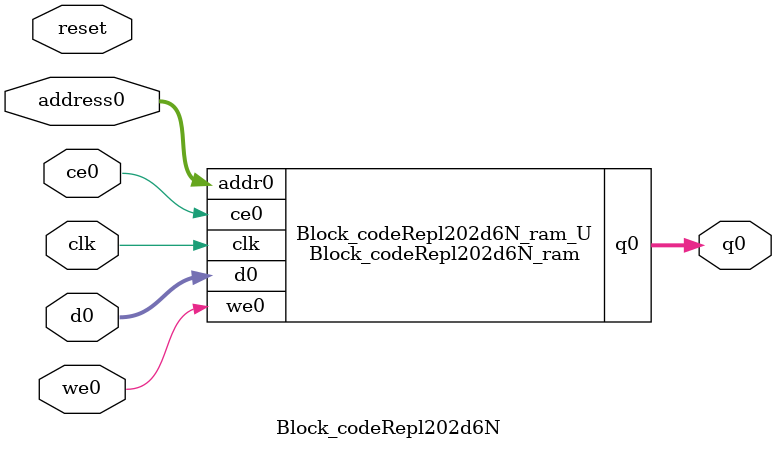
<source format=v>
`timescale 1 ns / 1 ps
module Block_codeRepl202d6N_ram (addr0, ce0, d0, we0, q0,  clk);

parameter DWIDTH = 5;
parameter AWIDTH = 5;
parameter MEM_SIZE = 22;

input[AWIDTH-1:0] addr0;
input ce0;
input[DWIDTH-1:0] d0;
input we0;
output reg[DWIDTH-1:0] q0;
input clk;

(* ram_style = "distributed" *)reg [DWIDTH-1:0] ram[0:MEM_SIZE-1];




always @(posedge clk)  
begin 
    if (ce0) begin
        if (we0) 
            ram[addr0] <= d0; 
        q0 <= ram[addr0];
    end
end


endmodule

`timescale 1 ns / 1 ps
module Block_codeRepl202d6N(
    reset,
    clk,
    address0,
    ce0,
    we0,
    d0,
    q0);

parameter DataWidth = 32'd5;
parameter AddressRange = 32'd22;
parameter AddressWidth = 32'd5;
input reset;
input clk;
input[AddressWidth - 1:0] address0;
input ce0;
input we0;
input[DataWidth - 1:0] d0;
output[DataWidth - 1:0] q0;



Block_codeRepl202d6N_ram Block_codeRepl202d6N_ram_U(
    .clk( clk ),
    .addr0( address0 ),
    .ce0( ce0 ),
    .we0( we0 ),
    .d0( d0 ),
    .q0( q0 ));

endmodule


</source>
